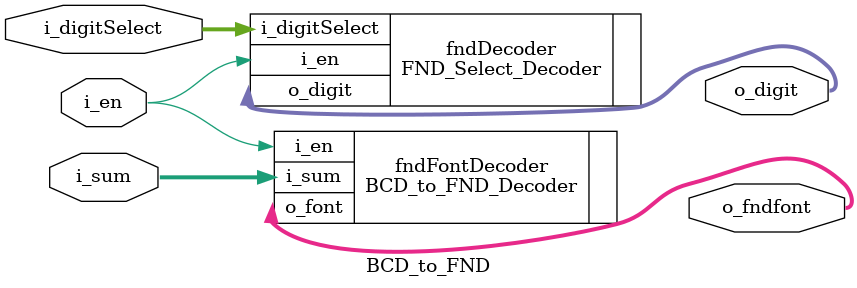
<source format=v>
`timescale 1ns / 1ps

module BCD_to_FND
(

    input [1:0] i_digitSelect,
    input i_en,
    input [3:0]i_sum,
    output [3:0] o_digit,
    output [7:0] o_fndfont

);

    BCD_to_FND_Decoder fndFontDecoder
    (

        .i_en(i_en),
        .i_sum(i_sum),
        .o_font(o_fndfont)
    );

    FND_Select_Decoder fndDecoder
(
    .i_digitSelect(i_digitSelect),
    .i_en(i_en),
    .o_digit(o_digit)
);

endmodule
</source>
